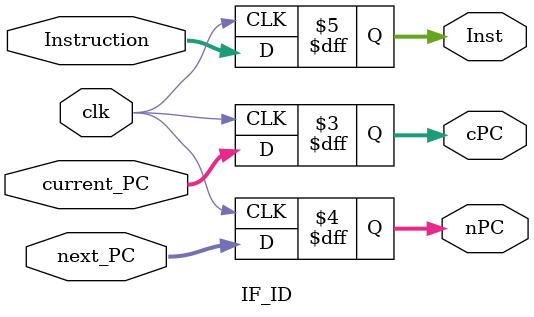
<source format=v>
`timescale 1ns / 1ps
module IF_ID(clk, current_PC, next_PC, Instruction, cPC, nPC, Inst);
input clk;
input [31:0] current_PC, next_PC, Instruction;
output reg [31:0] cPC, nPC, Inst;
initial begin
cPC <= 0;
nPC <= 0;
Inst <= 0;
end
always @(posedge clk) begin
cPC <= current_PC;
nPC <= next_PC;
Inst <= Instruction;
end
endmodule

</source>
